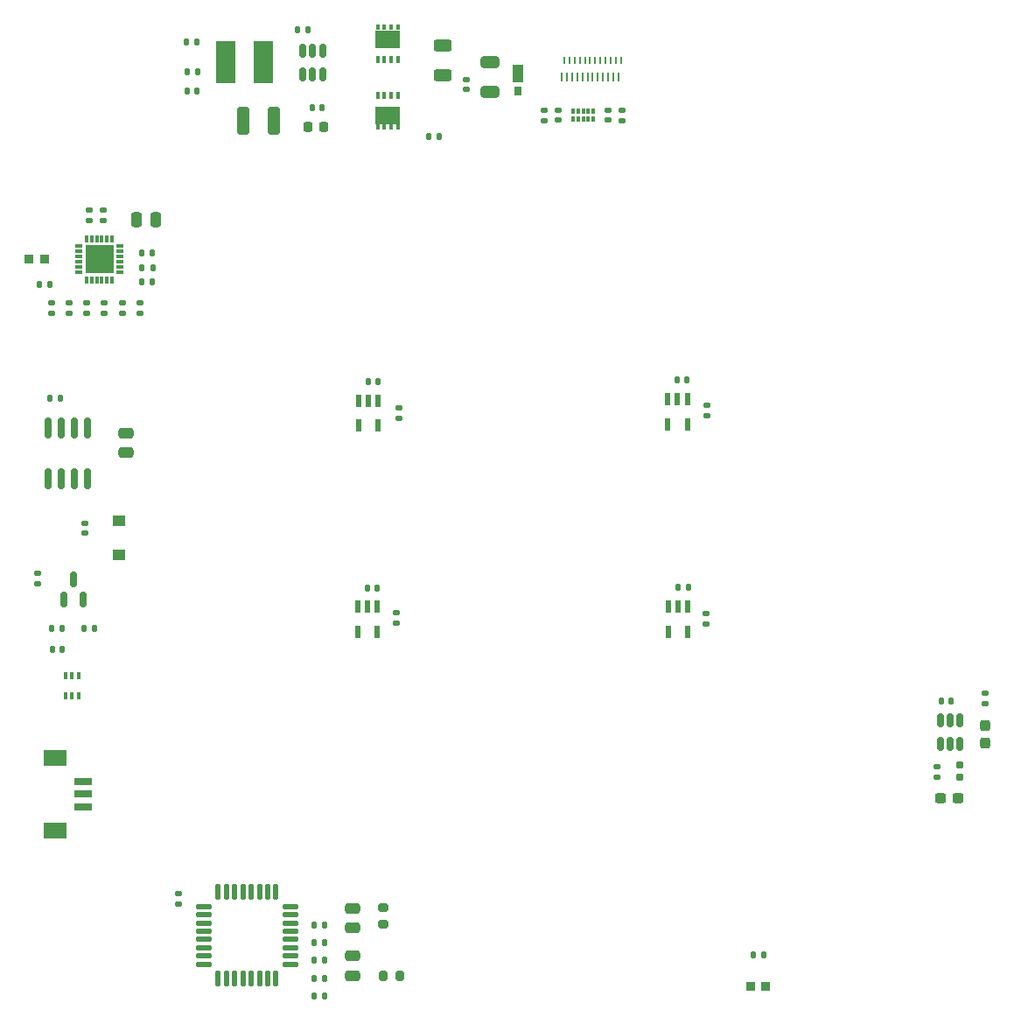
<source format=gbr>
%TF.GenerationSoftware,KiCad,Pcbnew,7.0.2*%
%TF.CreationDate,2024-06-02T17:27:24+02:00*%
%TF.ProjectId,Podgrzewacz,506f6467-727a-4657-9761-637a2e6b6963,rev?*%
%TF.SameCoordinates,Original*%
%TF.FileFunction,Paste,Top*%
%TF.FilePolarity,Positive*%
%FSLAX46Y46*%
G04 Gerber Fmt 4.6, Leading zero omitted, Abs format (unit mm)*
G04 Created by KiCad (PCBNEW 7.0.2) date 2024-06-02 17:27:24*
%MOMM*%
%LPD*%
G01*
G04 APERTURE LIST*
G04 Aperture macros list*
%AMRoundRect*
0 Rectangle with rounded corners*
0 $1 Rounding radius*
0 $2 $3 $4 $5 $6 $7 $8 $9 X,Y pos of 4 corners*
0 Add a 4 corners polygon primitive as box body*
4,1,4,$2,$3,$4,$5,$6,$7,$8,$9,$2,$3,0*
0 Add four circle primitives for the rounded corners*
1,1,$1+$1,$2,$3*
1,1,$1+$1,$4,$5*
1,1,$1+$1,$6,$7*
1,1,$1+$1,$8,$9*
0 Add four rect primitives between the rounded corners*
20,1,$1+$1,$2,$3,$4,$5,0*
20,1,$1+$1,$4,$5,$6,$7,0*
20,1,$1+$1,$6,$7,$8,$9,0*
20,1,$1+$1,$8,$9,$2,$3,0*%
G04 Aperture macros list end*
%ADD10RoundRect,0.140000X0.170000X-0.140000X0.170000X0.140000X-0.170000X0.140000X-0.170000X-0.140000X0*%
%ADD11RoundRect,0.125000X0.625000X0.125000X-0.625000X0.125000X-0.625000X-0.125000X0.625000X-0.125000X0*%
%ADD12RoundRect,0.125000X0.125000X0.625000X-0.125000X0.625000X-0.125000X-0.625000X0.125000X-0.625000X0*%
%ADD13RoundRect,0.135000X0.135000X0.185000X-0.135000X0.185000X-0.135000X-0.185000X0.135000X-0.185000X0*%
%ADD14RoundRect,0.135000X-0.135000X-0.185000X0.135000X-0.185000X0.135000X0.185000X-0.135000X0.185000X0*%
%ADD15RoundRect,0.237500X0.237500X-0.300000X0.237500X0.300000X-0.237500X0.300000X-0.237500X-0.300000X0*%
%ADD16RoundRect,0.140000X0.140000X0.170000X-0.140000X0.170000X-0.140000X-0.170000X0.140000X-0.170000X0*%
%ADD17RoundRect,0.135000X-0.185000X0.135000X-0.185000X-0.135000X0.185000X-0.135000X0.185000X0.135000X0*%
%ADD18R,0.762000X0.965200*%
%ADD19R,0.990600X1.701800*%
%ADD20RoundRect,0.150000X0.150000X-0.512500X0.150000X0.512500X-0.150000X0.512500X-0.150000X-0.512500X0*%
%ADD21RoundRect,0.140000X-0.140000X-0.170000X0.140000X-0.170000X0.140000X0.170000X-0.140000X0.170000X0*%
%ADD22RoundRect,0.135000X0.185000X-0.135000X0.185000X0.135000X-0.185000X0.135000X-0.185000X-0.135000X0*%
%ADD23RoundRect,0.140000X-0.170000X0.140000X-0.170000X-0.140000X0.170000X-0.140000X0.170000X0.140000X0*%
%ADD24R,0.420000X0.700000*%
%ADD25R,0.420000X0.540000*%
%ADD26R,2.370000X1.710000*%
%ADD27R,1.800000X0.700000*%
%ADD28R,2.200000X1.600000*%
%ADD29R,0.568000X1.258799*%
%ADD30RoundRect,0.250000X0.475000X-0.250000X0.475000X0.250000X-0.475000X0.250000X-0.475000X-0.250000X0*%
%ADD31RoundRect,0.200000X-0.275000X0.200000X-0.275000X-0.200000X0.275000X-0.200000X0.275000X0.200000X0*%
%ADD32R,0.950000X0.950000*%
%ADD33RoundRect,0.250000X0.650000X-0.325000X0.650000X0.325000X-0.650000X0.325000X-0.650000X-0.325000X0*%
%ADD34RoundRect,0.237500X-0.300000X-0.237500X0.300000X-0.237500X0.300000X0.237500X-0.300000X0.237500X0*%
%ADD35R,0.400000X0.650000*%
%ADD36R,0.300000X0.550000*%
%ADD37R,0.400000X0.550000*%
%ADD38RoundRect,0.150000X-0.150000X0.825000X-0.150000X-0.825000X0.150000X-0.825000X0.150000X0.825000X0*%
%ADD39RoundRect,0.225000X0.225000X0.250000X-0.225000X0.250000X-0.225000X-0.250000X0.225000X-0.250000X0*%
%ADD40RoundRect,0.250000X-0.325000X-1.100000X0.325000X-1.100000X0.325000X1.100000X-0.325000X1.100000X0*%
%ADD41RoundRect,0.150000X0.150000X-0.587500X0.150000X0.587500X-0.150000X0.587500X-0.150000X-0.587500X0*%
%ADD42R,0.270000X0.900000*%
%ADD43R,0.270000X0.800000*%
%ADD44R,1.850000X4.100000*%
%ADD45RoundRect,0.250000X-0.475000X0.250000X-0.475000X-0.250000X0.475000X-0.250000X0.475000X0.250000X0*%
%ADD46RoundRect,0.250000X0.625000X-0.312500X0.625000X0.312500X-0.625000X0.312500X-0.625000X-0.312500X0*%
%ADD47RoundRect,0.160000X-0.160000X0.197500X-0.160000X-0.197500X0.160000X-0.197500X0.160000X0.197500X0*%
%ADD48R,0.800000X0.300000*%
%ADD49R,0.300000X0.800000*%
%ADD50R,2.750000X2.750000*%
%ADD51RoundRect,0.200000X0.200000X0.275000X-0.200000X0.275000X-0.200000X-0.275000X0.200000X-0.275000X0*%
%ADD52R,1.170000X1.030000*%
%ADD53RoundRect,0.250000X-0.250000X-0.475000X0.250000X-0.475000X0.250000X0.475000X-0.250000X0.475000X0*%
G04 APERTURE END LIST*
D10*
%TO.C,C8*%
X153420000Y-71760000D03*
X153420000Y-70800000D03*
%TD*%
D11*
%TO.C,U8*%
X127475000Y-153400000D03*
X127475000Y-152600000D03*
X127475000Y-151800000D03*
X127475000Y-151000000D03*
X127475000Y-150200000D03*
X127475000Y-149400000D03*
X127475000Y-148600000D03*
X127475000Y-147800000D03*
D12*
X126100000Y-146425000D03*
X125300000Y-146425000D03*
X124500000Y-146425000D03*
X123700000Y-146425000D03*
X122900000Y-146425000D03*
X122100000Y-146425000D03*
X121300000Y-146425000D03*
X120500000Y-146425000D03*
D11*
X119125000Y-147800000D03*
X119125000Y-148600000D03*
X119125000Y-149400000D03*
X119125000Y-150200000D03*
X119125000Y-151000000D03*
X119125000Y-151800000D03*
X119125000Y-152600000D03*
X119125000Y-153400000D03*
D12*
X120500000Y-154775000D03*
X121300000Y-154775000D03*
X122100000Y-154775000D03*
X122900000Y-154775000D03*
X123700000Y-154775000D03*
X124500000Y-154775000D03*
X125300000Y-154775000D03*
X126100000Y-154775000D03*
%TD*%
D13*
%TO.C,R33*%
X130790000Y-156500000D03*
X129770000Y-156500000D03*
%TD*%
D14*
%TO.C,R6*%
X117380000Y-64200000D03*
X118400000Y-64200000D03*
%TD*%
%TO.C,R32*%
X129770000Y-154762500D03*
X130790000Y-154762500D03*
%TD*%
D15*
%TO.C,C11*%
X194700000Y-132025000D03*
X194700000Y-130300000D03*
%TD*%
D16*
%TO.C,C28*%
X130760000Y-149600000D03*
X129800000Y-149600000D03*
%TD*%
D14*
%TO.C,R10*%
X103180000Y-87600000D03*
X104200000Y-87600000D03*
%TD*%
D17*
%TO.C,R11*%
X152020000Y-70800000D03*
X152020000Y-71820000D03*
%TD*%
D18*
%TO.C,CR1*%
X149500000Y-68965300D03*
D19*
X149500000Y-67200000D03*
%TD*%
D20*
%TO.C,U4*%
X190400000Y-132075000D03*
X191350000Y-132075000D03*
X192300000Y-132075000D03*
X192300000Y-129800000D03*
X191350000Y-129800000D03*
X190400000Y-129800000D03*
%TD*%
D10*
%TO.C,C9*%
X158220000Y-71760000D03*
X158220000Y-70800000D03*
%TD*%
D16*
%TO.C,C13*%
X118460000Y-68900000D03*
X117500000Y-68900000D03*
%TD*%
D21*
%TO.C,C10*%
X190500000Y-127900000D03*
X191460000Y-127900000D03*
%TD*%
D22*
%TO.C,R28*%
X106100000Y-90420000D03*
X106100000Y-89400000D03*
%TD*%
D17*
%TO.C,R3*%
X190100000Y-134280000D03*
X190100000Y-135300000D03*
%TD*%
D23*
%TO.C,C4*%
X107600000Y-110720000D03*
X107600000Y-111680000D03*
%TD*%
D16*
%TO.C,C24*%
X165880000Y-96900000D03*
X164920000Y-96900000D03*
%TD*%
D24*
%TO.C,Q3*%
X135925000Y-65850000D03*
X136575000Y-65850000D03*
X137225000Y-65850000D03*
X137875000Y-65850000D03*
D25*
X137875000Y-62770000D03*
X137225000Y-62770000D03*
X136575000Y-62770000D03*
X135925000Y-62770000D03*
D26*
X136900000Y-63895000D03*
%TD*%
D21*
%TO.C,C19*%
X113140000Y-84600000D03*
X114100000Y-84600000D03*
%TD*%
D27*
%TO.C,J3*%
X107400000Y-135700000D03*
X107400000Y-136950000D03*
X107400000Y-138200000D03*
D28*
X104700000Y-133450000D03*
X104700000Y-140450000D03*
%TD*%
D29*
%TO.C,U13*%
X165900000Y-98761600D03*
X164947500Y-98761600D03*
X163995000Y-98761600D03*
X163995000Y-101200000D03*
X165900000Y-101200000D03*
%TD*%
D24*
%TO.C,Q4*%
X137875000Y-69355000D03*
X137225000Y-69355000D03*
X136575000Y-69355000D03*
X135925000Y-69355000D03*
D25*
X135925000Y-72435000D03*
X136575000Y-72435000D03*
X137225000Y-72435000D03*
X137875000Y-72435000D03*
D26*
X136900000Y-71310000D03*
%TD*%
D14*
%TO.C,R7*%
X117480000Y-67100000D03*
X118500000Y-67100000D03*
%TD*%
D23*
%TO.C,C25*%
X116700000Y-146600000D03*
X116700000Y-147560000D03*
%TD*%
D29*
%TO.C,U12*%
X135900000Y-118800000D03*
X134947500Y-118800000D03*
X133995000Y-118800000D03*
X133995000Y-121238400D03*
X135900000Y-121238400D03*
%TD*%
D30*
%TO.C,C27*%
X133500000Y-154500000D03*
X133500000Y-152600000D03*
%TD*%
D31*
%TO.C,FB2*%
X136500000Y-147900000D03*
X136500000Y-149550000D03*
%TD*%
D16*
%TO.C,C14*%
X130560000Y-70500000D03*
X129600000Y-70500000D03*
%TD*%
D29*
%TO.C,U5*%
X165952500Y-118800000D03*
X165000000Y-118800000D03*
X164047500Y-118800000D03*
X164047500Y-121238400D03*
X165952500Y-121238400D03*
%TD*%
D32*
%TO.C,D5*%
X103700000Y-85200000D03*
X102200000Y-85200000D03*
%TD*%
D33*
%TO.C,C6*%
X146800000Y-69050000D03*
X146800000Y-66100000D03*
%TD*%
D17*
%TO.C,R18*%
X103000000Y-115600000D03*
X103000000Y-116620000D03*
%TD*%
D10*
%TO.C,C7*%
X144500000Y-68760000D03*
X144500000Y-67800000D03*
%TD*%
D17*
%TO.C,R14*%
X109400000Y-80400000D03*
X109400000Y-81420000D03*
%TD*%
D21*
%TO.C,C18*%
X113140000Y-87400000D03*
X114100000Y-87400000D03*
%TD*%
D16*
%TO.C,C22*%
X136000000Y-97000000D03*
X135040000Y-97000000D03*
%TD*%
D29*
%TO.C,U11*%
X136000000Y-98861600D03*
X135047500Y-98861600D03*
X134095000Y-98861600D03*
X134095000Y-101300000D03*
X136000000Y-101300000D03*
%TD*%
D14*
%TO.C,R1*%
X113145206Y-85992843D03*
X114165206Y-85992843D03*
%TD*%
D34*
%TO.C,D1*%
X190375000Y-137300000D03*
X192100000Y-137300000D03*
%TD*%
D35*
%TO.C,U3*%
X105700000Y-127400000D03*
X106350000Y-127400000D03*
X107000000Y-127400000D03*
X107000000Y-125500000D03*
X106350000Y-125500000D03*
X105700000Y-125500000D03*
%TD*%
D30*
%TO.C,C29*%
X133500000Y-149900000D03*
X133500000Y-148000000D03*
%TD*%
D17*
%TO.C,R25*%
X104400000Y-89400000D03*
X104400000Y-90420000D03*
%TD*%
D36*
%TO.C,U2*%
X154820000Y-71670000D03*
X155320000Y-71670000D03*
D37*
X155820000Y-71670000D03*
D36*
X156320000Y-71670000D03*
X156820000Y-71670000D03*
X156820000Y-70900000D03*
X156320000Y-70900000D03*
D37*
X155820000Y-70900000D03*
D36*
X155320000Y-70900000D03*
X154820000Y-70900000D03*
%TD*%
D38*
%TO.C,Q2*%
X107840000Y-101500000D03*
X106570000Y-101500000D03*
X105300000Y-101500000D03*
X104030000Y-101500000D03*
X104030000Y-106450000D03*
X105300000Y-106450000D03*
X106570000Y-106450000D03*
X107840000Y-106450000D03*
%TD*%
D39*
%TO.C,C1*%
X130700000Y-72400000D03*
X129150000Y-72400000D03*
%TD*%
D17*
%TO.C,R12*%
X159620000Y-70800000D03*
X159620000Y-71820000D03*
%TD*%
D14*
%TO.C,R13*%
X140880000Y-73300000D03*
X141900000Y-73300000D03*
%TD*%
D40*
%TO.C,C5*%
X122900000Y-71800000D03*
X125850000Y-71800000D03*
%TD*%
D41*
%TO.C,Q1*%
X105550000Y-118075000D03*
X107450000Y-118075000D03*
X106500000Y-116200000D03*
%TD*%
D17*
%TO.C,R24*%
X107800000Y-89400000D03*
X107800000Y-90420000D03*
%TD*%
D22*
%TO.C,R21*%
X137700000Y-120420000D03*
X137700000Y-119400000D03*
%TD*%
%TO.C,R15*%
X138000000Y-100600000D03*
X138000000Y-99580000D03*
%TD*%
D21*
%TO.C,C2*%
X104440000Y-122900000D03*
X105400000Y-122900000D03*
%TD*%
D22*
%TO.C,R4*%
X194700000Y-128225000D03*
X194700000Y-127205000D03*
%TD*%
D42*
%TO.C,J1*%
X159245000Y-67550000D03*
X158745000Y-67550000D03*
X158245000Y-67550000D03*
X157745000Y-67550000D03*
X157245000Y-67550000D03*
X156745000Y-67550000D03*
X156245000Y-67550000D03*
X155745000Y-67550000D03*
X155245000Y-67550000D03*
X154745000Y-67550000D03*
X154245000Y-67550000D03*
X153745000Y-67550000D03*
D43*
X153995000Y-65950000D03*
X154495000Y-65950000D03*
X154995000Y-65950000D03*
X155495000Y-65950000D03*
X155995000Y-65950000D03*
X156495000Y-65950000D03*
X156995000Y-65950000D03*
X157495000Y-65950000D03*
X157995000Y-65950000D03*
X158495000Y-65950000D03*
X158995000Y-65950000D03*
X159495000Y-65950000D03*
%TD*%
D44*
%TO.C,L1*%
X124900000Y-66100000D03*
X121250000Y-66100000D03*
%TD*%
D45*
%TO.C,C12*%
X111600000Y-102000000D03*
X111600000Y-103900000D03*
%TD*%
D13*
%TO.C,R16*%
X105220000Y-98600000D03*
X104200000Y-98600000D03*
%TD*%
D17*
%TO.C,R26*%
X111200000Y-89400000D03*
X111200000Y-90420000D03*
%TD*%
D22*
%TO.C,R20*%
X167700000Y-120500000D03*
X167700000Y-119480000D03*
%TD*%
D16*
%TO.C,C21*%
X166000000Y-116900000D03*
X165040000Y-116900000D03*
%TD*%
D46*
%TO.C,R30*%
X142250000Y-67425000D03*
X142250000Y-64500000D03*
%TD*%
D22*
%TO.C,R29*%
X112900000Y-90420000D03*
X112900000Y-89400000D03*
%TD*%
D20*
%TO.C,U1*%
X128700000Y-67300000D03*
X129650000Y-67300000D03*
X130600000Y-67300000D03*
X130600000Y-65025000D03*
X129650000Y-65025000D03*
X128700000Y-65025000D03*
%TD*%
D17*
%TO.C,R2*%
X108000000Y-80400000D03*
X108000000Y-81420000D03*
%TD*%
D47*
%TO.C,R5*%
X192300000Y-134100000D03*
X192300000Y-135295000D03*
%TD*%
D48*
%TO.C,IC1*%
X107000000Y-83950000D03*
X107000000Y-84450000D03*
X107000000Y-84950000D03*
X107000000Y-85450000D03*
X107000000Y-85950000D03*
X107000000Y-86450000D03*
D49*
X107750000Y-87200000D03*
X108250000Y-87200000D03*
X108750000Y-87200000D03*
X109250000Y-87200000D03*
X109750000Y-87200000D03*
X110250000Y-87200000D03*
D48*
X111000000Y-86450000D03*
X111000000Y-85950000D03*
X111000000Y-85450000D03*
X111000000Y-84950000D03*
X111000000Y-84450000D03*
X111000000Y-83950000D03*
D49*
X110250000Y-83200000D03*
X109750000Y-83200000D03*
X109250000Y-83200000D03*
X108750000Y-83200000D03*
X108250000Y-83200000D03*
X107750000Y-83200000D03*
D50*
X109000000Y-85200000D03*
%TD*%
D22*
%TO.C,R22*%
X167800000Y-100320000D03*
X167800000Y-99300000D03*
%TD*%
D21*
%TO.C,C3*%
X128200000Y-63000000D03*
X129160000Y-63000000D03*
%TD*%
D51*
%TO.C,FB1*%
X138100000Y-154500000D03*
X136450000Y-154500000D03*
%TD*%
D13*
%TO.C,R17*%
X105420000Y-120900000D03*
X104400000Y-120900000D03*
%TD*%
D52*
%TO.C,D7*%
X110900000Y-110500000D03*
X110900000Y-113800000D03*
%TD*%
D53*
%TO.C,C17*%
X112600000Y-81400000D03*
X114500000Y-81400000D03*
%TD*%
D22*
%TO.C,R27*%
X109500000Y-90420000D03*
X109500000Y-89400000D03*
%TD*%
D16*
%TO.C,C23*%
X135880000Y-117000000D03*
X134920000Y-117000000D03*
%TD*%
D13*
%TO.C,R9*%
X108520000Y-120900000D03*
X107500000Y-120900000D03*
%TD*%
D32*
%TO.C,D6*%
X172000000Y-155500000D03*
X173500000Y-155500000D03*
%TD*%
D13*
%TO.C,R23*%
X173300000Y-152500000D03*
X172280000Y-152500000D03*
%TD*%
D16*
%TO.C,C30*%
X130760000Y-151317500D03*
X129800000Y-151317500D03*
%TD*%
%TO.C,C20*%
X130760000Y-153035000D03*
X129800000Y-153035000D03*
%TD*%
M02*

</source>
